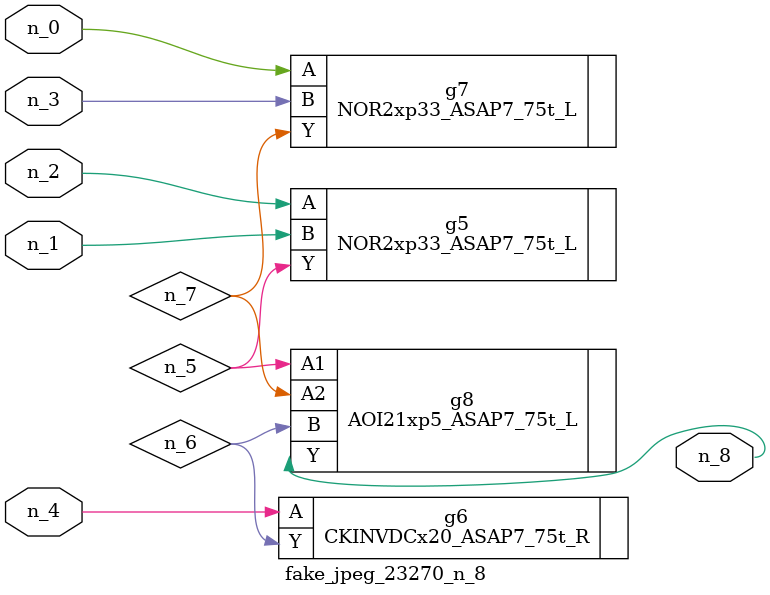
<source format=v>
module fake_jpeg_23270_n_8 (n_3, n_2, n_1, n_0, n_4, n_8);

input n_3;
input n_2;
input n_1;
input n_0;
input n_4;

output n_8;

wire n_6;
wire n_5;
wire n_7;

NOR2xp33_ASAP7_75t_L g5 ( 
.A(n_2),
.B(n_1),
.Y(n_5)
);

CKINVDCx20_ASAP7_75t_R g6 ( 
.A(n_4),
.Y(n_6)
);

NOR2xp33_ASAP7_75t_L g7 ( 
.A(n_0),
.B(n_3),
.Y(n_7)
);

AOI21xp5_ASAP7_75t_L g8 ( 
.A1(n_5),
.A2(n_7),
.B(n_6),
.Y(n_8)
);


endmodule
</source>
